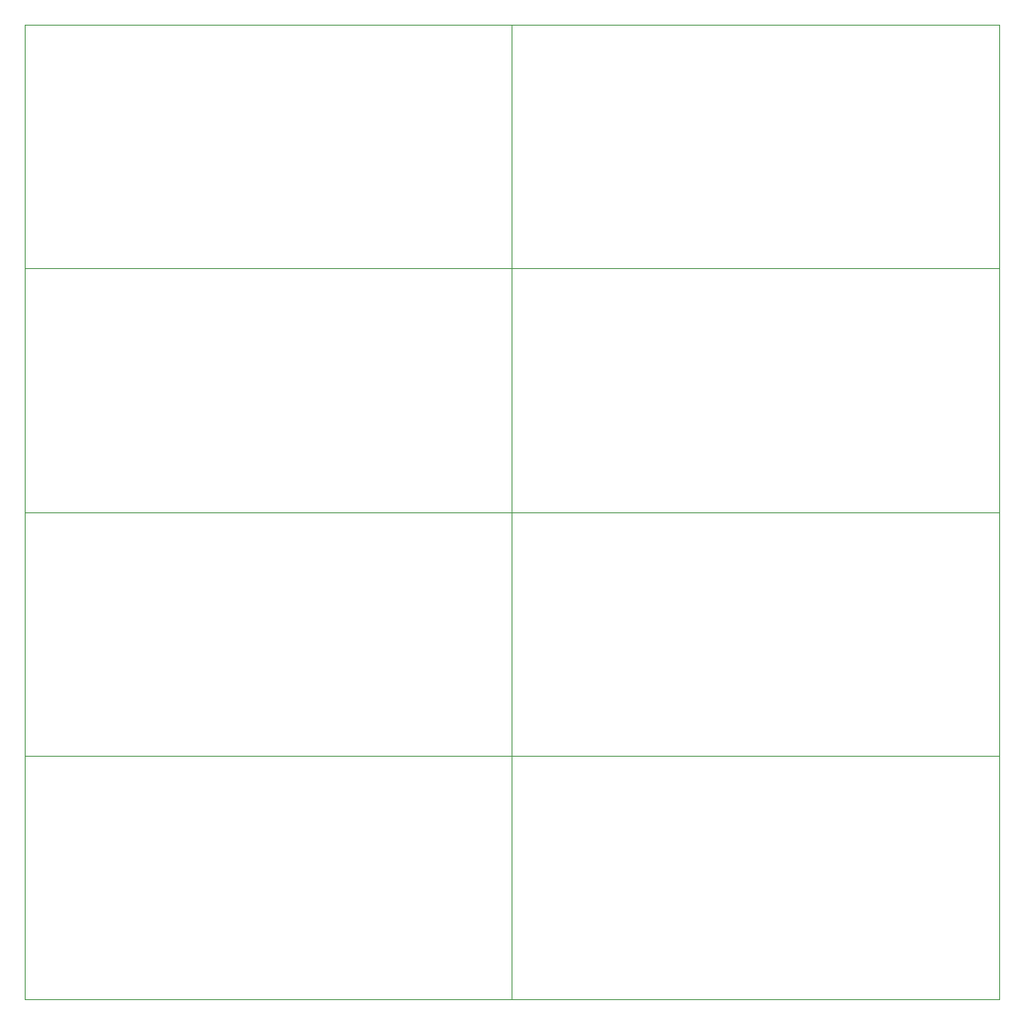
<source format=gbr>
G04 #@! TF.GenerationSoftware,KiCad,Pcbnew,6.0.0-rc1-unknown-b491065~66~ubuntu16.04.1*
G04 #@! TF.CreationDate,2019-01-13T12:48:19+01:00
G04 #@! TF.ProjectId,esp12on,65737031-326f-46e2-9e6b-696361645f70,rev?*
G04 #@! TF.SameCoordinates,Original*
G04 #@! TF.FileFunction,Profile,NP*
%FSLAX46Y46*%
G04 Gerber Fmt 4.6, Leading zero omitted, Abs format (unit mm)*
G04 Created by KiCad (PCBNEW 6.0.0-rc1-unknown-b491065~66~ubuntu16.04.1) date Вс 13 янв 2019 12:48:19*
%MOMM*%
%LPD*%
G04 APERTURE LIST*
%ADD10C,0.050000*%
G04 APERTURE END LIST*
D10*
X90000000Y-125000000D02*
X190000000Y-125000000D01*
X90000000Y-100000000D02*
X190000000Y-100000000D01*
X90000000Y-75000000D02*
X190000000Y-75000000D01*
X140000000Y-150000000D02*
X140000000Y-50000000D01*
X90000000Y-50000000D02*
X90000000Y-150000000D01*
X90000000Y-150000000D02*
X190000000Y-150000000D01*
X190000000Y-150000000D02*
X190000000Y-50000000D01*
X190000000Y-50000000D02*
X90000000Y-50000000D01*
M02*

</source>
